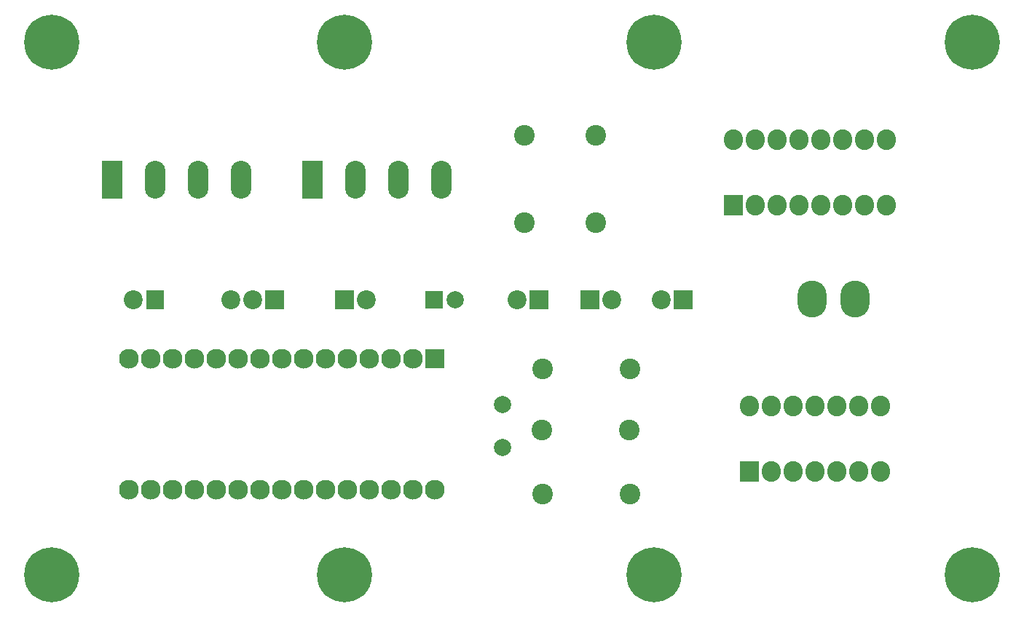
<source format=gbr>
G04 #@! TF.GenerationSoftware,KiCad,Pcbnew,(5.0.0)*
G04 #@! TF.CreationDate,2021-01-29T15:29:07+01:00*
G04 #@! TF.ProjectId,Programmateur_ATtiny85_02,50726F6772616D6D61746575725F4154,rev?*
G04 #@! TF.SameCoordinates,Original*
G04 #@! TF.FileFunction,Soldermask,Bot*
G04 #@! TF.FilePolarity,Negative*
%FSLAX46Y46*%
G04 Gerber Fmt 4.6, Leading zero omitted, Abs format (unit mm)*
G04 Created by KiCad (PCBNEW (5.0.0)) date 01/29/21 15:29:07*
%MOMM*%
%LPD*%
G01*
G04 APERTURE LIST*
%ADD10C,1.200000*%
%ADD11C,6.400000*%
%ADD12R,2.000000X2.000000*%
%ADD13C,2.000000*%
%ADD14R,2.200000X2.200000*%
%ADD15C,2.200000*%
%ADD16R,2.000000X2.200000*%
%ADD17O,2.400000X4.400000*%
%ADD18R,2.400000X4.400000*%
%ADD19C,2.400000*%
%ADD20O,3.400000X4.300000*%
%ADD21O,2.200000X2.400000*%
%ADD22R,2.200000X2.400000*%
%ADD23R,2.200000X2.300000*%
%ADD24C,2.300000*%
G04 APERTURE END LIST*
D10*
G04 #@! TO.C,REF\002A\002A*
X99590990Y-102409010D03*
X98000000Y-101750000D03*
X96409010Y-102409010D03*
X95750000Y-104000000D03*
X96409010Y-105590990D03*
X98000000Y-106250000D03*
X99590990Y-105590990D03*
X100250000Y-104000000D03*
D11*
X98000000Y-104000000D03*
G04 #@! TD*
G04 #@! TO.C,REF\002A\002A*
X62000000Y-104000000D03*
D10*
X64250000Y-104000000D03*
X63590990Y-105590990D03*
X62000000Y-106250000D03*
X60409010Y-105590990D03*
X59750000Y-104000000D03*
X60409010Y-102409010D03*
X62000000Y-101750000D03*
X63590990Y-102409010D03*
G04 #@! TD*
G04 #@! TO.C,REF\002A\002A*
X99590990Y-40409010D03*
X98000000Y-39750000D03*
X96409010Y-40409010D03*
X95750000Y-42000000D03*
X96409010Y-43590990D03*
X98000000Y-44250000D03*
X99590990Y-43590990D03*
X100250000Y-42000000D03*
D11*
X98000000Y-42000000D03*
G04 #@! TD*
G04 #@! TO.C,REF\002A\002A*
X62000000Y-42000000D03*
D10*
X64250000Y-42000000D03*
X63590990Y-43590990D03*
X62000000Y-44250000D03*
X60409010Y-43590990D03*
X59750000Y-42000000D03*
X60409010Y-40409010D03*
X62000000Y-39750000D03*
X63590990Y-40409010D03*
G04 #@! TD*
G04 #@! TO.C,REF\002A\002A*
X136590990Y-102409010D03*
X135000000Y-101750000D03*
X133409010Y-102409010D03*
X132750000Y-104000000D03*
X133409010Y-105590990D03*
X135000000Y-106250000D03*
X136590990Y-105590990D03*
X137250000Y-104000000D03*
D11*
X135000000Y-104000000D03*
G04 #@! TD*
G04 #@! TO.C,REF\002A\002A*
X135000000Y-42000000D03*
D10*
X137250000Y-42000000D03*
X136590990Y-43590990D03*
X135000000Y-44250000D03*
X133409010Y-43590990D03*
X132750000Y-42000000D03*
X133409010Y-40409010D03*
X135000000Y-39750000D03*
X136590990Y-40409010D03*
G04 #@! TD*
D11*
G04 #@! TO.C,REF\002A\002A*
X28000000Y-104000000D03*
D10*
X30250000Y-104000000D03*
X29590990Y-105590990D03*
X28000000Y-106250000D03*
X26409010Y-105590990D03*
X25750000Y-104000000D03*
X26409010Y-102409010D03*
X28000000Y-101750000D03*
X29590990Y-102409010D03*
G04 #@! TD*
D12*
G04 #@! TO.C,C1*
X72390000Y-72000000D03*
D13*
X74890000Y-72000000D03*
G04 #@! TD*
G04 #@! TO.C,C2*
X80391000Y-89154000D03*
X80391000Y-84154000D03*
G04 #@! TD*
D14*
G04 #@! TO.C,D1*
X84582000Y-72000000D03*
D15*
X82042000Y-72000000D03*
G04 #@! TD*
G04 #@! TO.C,D2*
X98806000Y-72000000D03*
D14*
X101346000Y-72000000D03*
G04 #@! TD*
G04 #@! TO.C,D3*
X61976000Y-72000000D03*
D15*
X64516000Y-72000000D03*
G04 #@! TD*
G04 #@! TO.C,D4*
X93091000Y-72000000D03*
D14*
X90551000Y-72000000D03*
G04 #@! TD*
D16*
G04 #@! TO.C,D5*
X40000000Y-72000000D03*
D15*
X37460000Y-72000000D03*
G04 #@! TD*
D17*
G04 #@! TO.C,J1*
X45000000Y-58000000D03*
X50000000Y-58000000D03*
X40000000Y-58000000D03*
D18*
X35000000Y-58000000D03*
G04 #@! TD*
G04 #@! TO.C,J2*
X58293000Y-58000000D03*
D17*
X63293000Y-58000000D03*
X73293000Y-58000000D03*
X68293000Y-58000000D03*
G04 #@! TD*
D14*
G04 #@! TO.C,J3*
X53848000Y-72000000D03*
D15*
X51308000Y-72000000D03*
X48768000Y-72000000D03*
G04 #@! TD*
D19*
G04 #@! TO.C,R1*
X95160000Y-94615000D03*
X85000000Y-94615000D03*
G04 #@! TD*
G04 #@! TO.C,R2*
X91186000Y-63000000D03*
X91186000Y-52840000D03*
G04 #@! TD*
G04 #@! TO.C,R3*
X95160000Y-80010000D03*
X85000000Y-80010000D03*
G04 #@! TD*
G04 #@! TO.C,R4*
X82931000Y-63000000D03*
X82931000Y-52840000D03*
G04 #@! TD*
G04 #@! TO.C,R5*
X95123000Y-87122000D03*
X84963000Y-87122000D03*
G04 #@! TD*
D20*
G04 #@! TO.C,SW2*
X116332000Y-71882000D03*
X121332000Y-71882000D03*
G04 #@! TD*
D21*
G04 #@! TO.C,U1*
X107220000Y-53380000D03*
X114840000Y-61000000D03*
X109760000Y-53380000D03*
X112300000Y-61000000D03*
X112300000Y-53380000D03*
X109760000Y-61000000D03*
X114840000Y-53380000D03*
D22*
X107220000Y-61000000D03*
G04 #@! TD*
D21*
G04 #@! TO.C,U2*
X117380000Y-61000000D03*
X125000000Y-53380000D03*
X119920000Y-61000000D03*
X122460000Y-53380000D03*
X122460000Y-61000000D03*
X119920000Y-53380000D03*
X125000000Y-61000000D03*
X117380000Y-53380000D03*
G04 #@! TD*
D23*
G04 #@! TO.C,U3*
X72517000Y-78867000D03*
D24*
X39497000Y-94107000D03*
X69977000Y-78867000D03*
X42037000Y-94107000D03*
X67437000Y-78867000D03*
X44577000Y-94107000D03*
X64897000Y-78867000D03*
X47117000Y-94107000D03*
X62357000Y-78867000D03*
X49657000Y-94107000D03*
X59817000Y-78867000D03*
X52197000Y-94107000D03*
X57277000Y-78867000D03*
X54737000Y-94107000D03*
X54737000Y-78867000D03*
X57277000Y-94107000D03*
X52197000Y-78867000D03*
X59817000Y-94107000D03*
X49657000Y-78867000D03*
X62357000Y-94107000D03*
X47117000Y-78867000D03*
X64897000Y-94107000D03*
X44577000Y-78867000D03*
X67437000Y-94107000D03*
X42037000Y-78867000D03*
X69977000Y-94107000D03*
X39497000Y-78867000D03*
X72517000Y-94107000D03*
X36957000Y-78867000D03*
X36957000Y-94107000D03*
G04 #@! TD*
D22*
G04 #@! TO.C,U4*
X109093000Y-91948000D03*
D21*
X124333000Y-84328000D03*
X111633000Y-91948000D03*
X121793000Y-84328000D03*
X114173000Y-91948000D03*
X119253000Y-84328000D03*
X116713000Y-91948000D03*
X116713000Y-84328000D03*
X119253000Y-91948000D03*
X114173000Y-84328000D03*
X121793000Y-91948000D03*
X111633000Y-84328000D03*
X124333000Y-91948000D03*
X109093000Y-84328000D03*
G04 #@! TD*
D10*
G04 #@! TO.C,REF\002A\002A*
X29590990Y-40409010D03*
X28000000Y-39750000D03*
X26409010Y-40409010D03*
X25750000Y-42000000D03*
X26409010Y-43590990D03*
X28000000Y-44250000D03*
X29590990Y-43590990D03*
X30250000Y-42000000D03*
D11*
X28000000Y-42000000D03*
G04 #@! TD*
M02*

</source>
